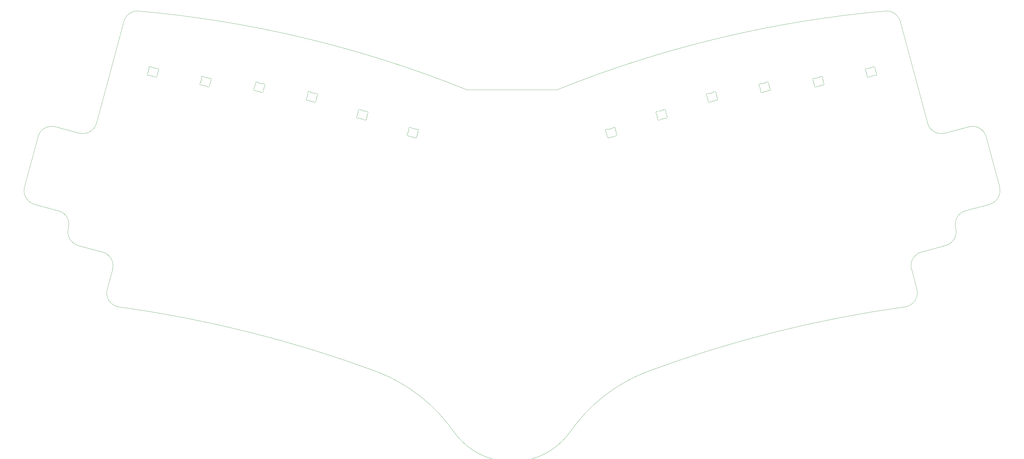
<source format=gm1>
G04 #@! TF.GenerationSoftware,KiCad,Pcbnew,8.0.2*
G04 #@! TF.CreationDate,2024-05-24T22:26:47+01:00*
G04 #@! TF.ProjectId,Phoenixia3,50686f65-6e69-4786-9961-332e6b696361,1*
G04 #@! TF.SameCoordinates,Original*
G04 #@! TF.FileFunction,Profile,NP*
%FSLAX46Y46*%
G04 Gerber Fmt 4.6, Leading zero omitted, Abs format (unit mm)*
G04 Created by KiCad (PCBNEW 8.0.2) date 2024-05-24 22:26:47*
%MOMM*%
%LPD*%
G01*
G04 APERTURE LIST*
G04 #@! TA.AperFunction,Profile*
%ADD10C,0.100000*%
G04 #@! TD*
G04 APERTURE END LIST*
D10*
X58974612Y-116199104D02*
G75*
G02*
X52752904Y-119791202I-4906862J1314734D01*
G01*
X52503450Y-159969685D02*
G75*
G02*
X48911401Y-153748002I1314850J4906885D01*
G01*
X377919341Y-145240054D02*
X369441096Y-147513975D01*
X36841003Y-145252357D02*
G75*
G02*
X33248955Y-139030659I1314797J4906857D01*
G01*
X158984113Y-205020097D02*
G75*
G02*
X186856482Y-226933948I-21253413J-55714803D01*
G01*
X66791776Y-181888229D02*
G75*
G02*
X158984113Y-205020096I-59770936J-433500561D01*
G01*
X340744440Y-76145530D02*
G75*
G02*
X346070720Y-79921622I385960J-5100070D01*
G01*
X362256894Y-159957384D02*
X353669817Y-162258289D01*
X365848994Y-153735685D02*
G75*
G02*
X369441102Y-147513997I4906906J1314785D01*
G01*
X74015903Y-76157832D02*
G75*
G02*
X191301785Y-104321163I-36115393J-408701698D01*
G01*
X350077705Y-168479987D02*
G75*
G02*
X353669821Y-162258303I4906895J1314787D01*
G01*
X45319246Y-147526278D02*
G75*
G02*
X48911388Y-153747999I-1314946J-4907022D01*
G01*
X223451784Y-104311164D02*
X191301785Y-104321163D01*
X351984172Y-175595001D02*
G75*
G02*
X347968562Y-181875903I-4876172J-1306599D01*
G01*
X61090526Y-162270592D02*
X52503450Y-159969685D01*
X381511436Y-139018345D02*
G75*
G02*
X377919339Y-145240047I-4906636J-1314955D01*
G01*
X255776230Y-205007796D02*
G75*
G02*
X347968565Y-181875919I151963170J-410368104D01*
G01*
X350077705Y-168479987D02*
X351984172Y-175595001D01*
X62776172Y-175607303D02*
X64682638Y-168492290D01*
X33248906Y-139030646D02*
X38051869Y-121113463D01*
X66791776Y-181888229D02*
G75*
G02*
X62776222Y-175607316I860824J4974429D01*
G01*
X58974612Y-116199104D02*
X68689633Y-79933927D01*
X61090526Y-162270592D02*
G75*
G02*
X64682669Y-168492298I-1314926J-4907008D01*
G01*
X365848994Y-153735685D02*
G75*
G02*
X362256903Y-159957417I-4907094J-1314715D01*
G01*
X346070709Y-79921625D02*
X355785731Y-116186801D01*
X370486775Y-117509060D02*
X362007439Y-119778898D01*
X45319246Y-147526278D02*
X36841003Y-145252357D01*
X52752905Y-119791200D02*
X44273568Y-117521363D01*
X227897082Y-226923947D02*
G75*
G02*
X255776231Y-205007797I49141128J-33821203D01*
G01*
X68689633Y-79933927D02*
G75*
G02*
X74015902Y-76157842I4940167J-1323773D01*
G01*
X362007439Y-119778898D02*
G75*
G02*
X355785713Y-116186806I-1314939J4906698D01*
G01*
X370486775Y-117509060D02*
G75*
G02*
X376708514Y-121101151I1314925J-4906740D01*
G01*
X38051869Y-121113463D02*
G75*
G02*
X44273568Y-117521363I4906881J-1314767D01*
G01*
X376708475Y-121101161D02*
X381511436Y-139018345D01*
X227897082Y-226923947D02*
G75*
G02*
X186856483Y-226933947I-20523982J15107847D01*
G01*
X223451784Y-104311164D02*
G75*
G02*
X340744440Y-76145528I153408916J-380545436D01*
G01*
X77294557Y-98152877D02*
X77658374Y-96795092D01*
X78739385Y-96259469D02*
X80274149Y-96670708D01*
X79497692Y-99568484D02*
X77962927Y-99157246D01*
X80942520Y-97675076D02*
X80578702Y-99032863D01*
X77294556Y-98152879D02*
G75*
G02*
X77190625Y-98349558I-482988J129424D01*
G01*
X77666707Y-96572797D02*
G75*
G02*
X78513400Y-96128207I491297J92887D01*
G01*
X77666708Y-96572796D02*
G75*
G02*
X77658375Y-96795092I-491286J-92887D01*
G01*
X77701588Y-99157928D02*
G75*
G02*
X77190626Y-98349559I-131931J482279D01*
G01*
X77701588Y-99157928D02*
G75*
G02*
X77962927Y-99157246I131929J-482331D01*
G01*
X78739385Y-96259469D02*
G75*
G02*
X78513399Y-96128208I129418J482977D01*
G01*
X79497692Y-99568487D02*
G75*
G02*
X79723678Y-99699747I-129478J-483085D01*
G01*
X80535488Y-96670025D02*
G75*
G02*
X80274149Y-96670708I-131930J482317D01*
G01*
X80535489Y-96670026D02*
G75*
G02*
X81046451Y-97478396I131932J-482279D01*
G01*
X80570369Y-99255158D02*
G75*
G02*
X79723678Y-99699747I-491295J-92889D01*
G01*
X80570369Y-99255158D02*
G75*
G02*
X80578702Y-99032863I490957J92899D01*
G01*
X80942519Y-97675075D02*
G75*
G02*
X81046451Y-97478396I482860J-129359D01*
G01*
X334124990Y-99048033D02*
X333761170Y-97690247D01*
X334429540Y-96685881D02*
X335964304Y-96274641D01*
X336740758Y-99172417D02*
X335205996Y-99583658D01*
X337045313Y-96810263D02*
X337409136Y-98168049D01*
X333657239Y-97493565D02*
G75*
G02*
X333761171Y-97690247I-379064J-326108D01*
G01*
X333657240Y-97493568D02*
G75*
G02*
X334168200Y-96685194I379033J326091D01*
G01*
X334124990Y-99048033D02*
G75*
G02*
X334133320Y-99270328I-482890J-129399D01*
G01*
X334429540Y-96685881D02*
G75*
G02*
X334168200Y-96685194I-129402J482915D01*
G01*
X334980011Y-99714918D02*
G75*
G02*
X334133321Y-99270328I-355395J351701D01*
G01*
X334980011Y-99714918D02*
G75*
G02*
X335205996Y-99583659I355390J-351698D01*
G01*
X336190289Y-96143380D02*
G75*
G02*
X337036981Y-96587967I355399J-351695D01*
G01*
X336190290Y-96143379D02*
G75*
G02*
X335964304Y-96274641I-355409J351721D01*
G01*
X336740762Y-99172415D02*
G75*
G02*
X337002104Y-99173099I129408J-482927D01*
G01*
X337045313Y-96810263D02*
G75*
G02*
X337036982Y-96587967I482869J129401D01*
G01*
X337513063Y-98364731D02*
G75*
G02*
X337002104Y-99173099I-379027J-326091D01*
G01*
X337513063Y-98364731D02*
G75*
G02*
X337409136Y-98168049I378597J325850D01*
G01*
X241340395Y-120764427D02*
X240976575Y-119406641D01*
X241644945Y-118402275D02*
X243179709Y-117991035D01*
X243956163Y-120888811D02*
X242421401Y-121300052D01*
X244260718Y-118526657D02*
X244624541Y-119884443D01*
X240872644Y-119209959D02*
G75*
G02*
X240976576Y-119406641I-379064J-326108D01*
G01*
X240872645Y-119209962D02*
G75*
G02*
X241383605Y-118401588I379033J326091D01*
G01*
X241340395Y-120764427D02*
G75*
G02*
X241348725Y-120986722I-482890J-129399D01*
G01*
X241644945Y-118402275D02*
G75*
G02*
X241383605Y-118401588I-129402J482915D01*
G01*
X242195416Y-121431312D02*
G75*
G02*
X241348726Y-120986722I-355395J351701D01*
G01*
X242195416Y-121431312D02*
G75*
G02*
X242421401Y-121300053I355390J-351698D01*
G01*
X243405694Y-117859774D02*
G75*
G02*
X244252386Y-118304361I355399J-351695D01*
G01*
X243405695Y-117859773D02*
G75*
G02*
X243179709Y-117991035I-355409J351721D01*
G01*
X243956167Y-120888809D02*
G75*
G02*
X244217509Y-120889493I129408J-482927D01*
G01*
X244260718Y-118526657D02*
G75*
G02*
X244252387Y-118304361I482869J129401D01*
G01*
X244728468Y-120081125D02*
G75*
G02*
X244217509Y-120889493I-379027J-326091D01*
G01*
X244728468Y-120081125D02*
G75*
G02*
X244624541Y-119884443I378597J325850D01*
G01*
X315332694Y-102542308D02*
X314968874Y-101184522D01*
X315637244Y-100180156D02*
X317172008Y-99768916D01*
X317948462Y-102666692D02*
X316413700Y-103077933D01*
X318253017Y-100304538D02*
X318616840Y-101662324D01*
X314864943Y-100987840D02*
G75*
G02*
X314968875Y-101184522I-379064J-326108D01*
G01*
X314864944Y-100987843D02*
G75*
G02*
X315375904Y-100179469I379033J326091D01*
G01*
X315332694Y-102542308D02*
G75*
G02*
X315341024Y-102764603I-482890J-129399D01*
G01*
X315637244Y-100180156D02*
G75*
G02*
X315375904Y-100179469I-129402J482915D01*
G01*
X316187715Y-103209193D02*
G75*
G02*
X315341025Y-102764603I-355395J351701D01*
G01*
X316187715Y-103209193D02*
G75*
G02*
X316413700Y-103077934I355390J-351698D01*
G01*
X317397993Y-99637655D02*
G75*
G02*
X318244685Y-100082242I355399J-351695D01*
G01*
X317397994Y-99637654D02*
G75*
G02*
X317172008Y-99768916I-355409J351721D01*
G01*
X317948466Y-102666690D02*
G75*
G02*
X318209808Y-102667374I129408J-482927D01*
G01*
X318253017Y-100304538D02*
G75*
G02*
X318244686Y-100082242I482869J129401D01*
G01*
X318720767Y-101859006D02*
G75*
G02*
X318209808Y-102667374I-379027J-326091D01*
G01*
X318720767Y-101859006D02*
G75*
G02*
X318616840Y-101662324I378597J325850D01*
G01*
X152084968Y-113469988D02*
X152448785Y-112112200D01*
X153529795Y-111576579D02*
X155064560Y-111987816D01*
X154288099Y-114885591D02*
X152753336Y-114474355D01*
X155732929Y-112992183D02*
X155369115Y-114349971D01*
X152084968Y-113469988D02*
G75*
G02*
X151981036Y-113666666I-482980J129426D01*
G01*
X152457118Y-111889906D02*
G75*
G02*
X153303810Y-111445314I491298J92887D01*
G01*
X152457119Y-111889904D02*
G75*
G02*
X152448785Y-112112200I-491286J-92886D01*
G01*
X152491997Y-114475037D02*
G75*
G02*
X151981035Y-113666665I-131932J482280D01*
G01*
X152491997Y-114475037D02*
G75*
G02*
X152753336Y-114474356I131928J-482302D01*
G01*
X153529795Y-111576579D02*
G75*
G02*
X153303810Y-111445314I129391J482918D01*
G01*
X154288102Y-114885593D02*
G75*
G02*
X154514090Y-115016855I-129388J-482930D01*
G01*
X155325897Y-111987134D02*
G75*
G02*
X155836861Y-112795504I131934J-482279D01*
G01*
X155325898Y-111987133D02*
G75*
G02*
X155064560Y-111987816I-131930J482317D01*
G01*
X155360778Y-114572267D02*
G75*
G02*
X154514090Y-115016855I-491293J-92889D01*
G01*
X155360778Y-114572267D02*
G75*
G02*
X155369116Y-114349971I490800J92896D01*
G01*
X155732929Y-112992183D02*
G75*
G02*
X155836861Y-112795504I482860J-129359D01*
G01*
X115273771Y-103619607D02*
X115637588Y-102261819D01*
X116718598Y-101726198D02*
X118253363Y-102137435D01*
X117476902Y-105035210D02*
X115942139Y-104623974D01*
X118921732Y-103141802D02*
X118557918Y-104499590D01*
X115273771Y-103619607D02*
G75*
G02*
X115169839Y-103816285I-482980J129426D01*
G01*
X115645921Y-102039525D02*
G75*
G02*
X116492613Y-101594933I491298J92887D01*
G01*
X115645922Y-102039523D02*
G75*
G02*
X115637588Y-102261819I-491286J-92886D01*
G01*
X115680800Y-104624656D02*
G75*
G02*
X115169838Y-103816284I-131932J482280D01*
G01*
X115680800Y-104624656D02*
G75*
G02*
X115942139Y-104623975I131928J-482302D01*
G01*
X116718598Y-101726198D02*
G75*
G02*
X116492613Y-101594933I129391J482918D01*
G01*
X117476905Y-105035212D02*
G75*
G02*
X117702893Y-105166474I-129388J-482930D01*
G01*
X118514700Y-102136753D02*
G75*
G02*
X119025664Y-102945123I131934J-482279D01*
G01*
X118514701Y-102136752D02*
G75*
G02*
X118253363Y-102137435I-131930J482317D01*
G01*
X118549581Y-104721886D02*
G75*
G02*
X117702893Y-105166474I-491293J-92889D01*
G01*
X118549581Y-104721886D02*
G75*
G02*
X118557919Y-104499590I490800J92896D01*
G01*
X118921732Y-103141802D02*
G75*
G02*
X119025664Y-102945123I482860J-129359D01*
G01*
X259346842Y-114361848D02*
X258983022Y-113004062D01*
X259651392Y-111999696D02*
X261186156Y-111588456D01*
X261962610Y-114486232D02*
X260427848Y-114897473D01*
X262267165Y-112124078D02*
X262630988Y-113481864D01*
X258879091Y-112807380D02*
G75*
G02*
X258983023Y-113004062I-379064J-326108D01*
G01*
X258879092Y-112807383D02*
G75*
G02*
X259390052Y-111999009I379033J326091D01*
G01*
X259346842Y-114361848D02*
G75*
G02*
X259355172Y-114584143I-482890J-129399D01*
G01*
X259651392Y-111999696D02*
G75*
G02*
X259390052Y-111999009I-129402J482915D01*
G01*
X260201863Y-115028733D02*
G75*
G02*
X259355173Y-114584143I-355395J351701D01*
G01*
X260201863Y-115028733D02*
G75*
G02*
X260427848Y-114897474I355390J-351698D01*
G01*
X261412141Y-111457195D02*
G75*
G02*
X262258833Y-111901782I355399J-351695D01*
G01*
X261412142Y-111457194D02*
G75*
G02*
X261186156Y-111588456I-355409J351721D01*
G01*
X261962614Y-114486230D02*
G75*
G02*
X262223956Y-114486914I129408J-482927D01*
G01*
X262267165Y-112124078D02*
G75*
G02*
X262258834Y-111901782I482869J129401D01*
G01*
X262734915Y-113678546D02*
G75*
G02*
X262223956Y-114486914I-379027J-326091D01*
G01*
X262734915Y-113678546D02*
G75*
G02*
X262630988Y-113481864I378597J325850D01*
G01*
X296148620Y-104500846D02*
X295784800Y-103143060D01*
X296453170Y-102138694D02*
X297987934Y-101727454D01*
X298764388Y-104625230D02*
X297229626Y-105036471D01*
X299068943Y-102263076D02*
X299432766Y-103620862D01*
X295680869Y-102946378D02*
G75*
G02*
X295784801Y-103143060I-379064J-326108D01*
G01*
X295680870Y-102946381D02*
G75*
G02*
X296191830Y-102138007I379033J326091D01*
G01*
X296148620Y-104500846D02*
G75*
G02*
X296156950Y-104723141I-482890J-129399D01*
G01*
X296453170Y-102138694D02*
G75*
G02*
X296191830Y-102138007I-129402J482915D01*
G01*
X297003641Y-105167731D02*
G75*
G02*
X296156951Y-104723141I-355395J351701D01*
G01*
X297003641Y-105167731D02*
G75*
G02*
X297229626Y-105036472I355390J-351698D01*
G01*
X298213919Y-101596193D02*
G75*
G02*
X299060611Y-102040780I355399J-351695D01*
G01*
X298213920Y-101596192D02*
G75*
G02*
X297987934Y-101727454I-355409J351721D01*
G01*
X298764392Y-104625228D02*
G75*
G02*
X299025734Y-104625912I129408J-482927D01*
G01*
X299068943Y-102263076D02*
G75*
G02*
X299060612Y-102040780I482869J129401D01*
G01*
X299536693Y-103817544D02*
G75*
G02*
X299025734Y-104625912I-379027J-326091D01*
G01*
X299536693Y-103817544D02*
G75*
G02*
X299432766Y-103620862I378597J325850D01*
G01*
X170091417Y-119872557D02*
X170455234Y-118514769D01*
X171536244Y-117979148D02*
X173071009Y-118390385D01*
X172294548Y-121288160D02*
X170759785Y-120876924D01*
X173739378Y-119394752D02*
X173375564Y-120752540D01*
X170091417Y-119872557D02*
G75*
G02*
X169987485Y-120069235I-482980J129426D01*
G01*
X170463567Y-118292475D02*
G75*
G02*
X171310259Y-117847883I491298J92887D01*
G01*
X170463568Y-118292473D02*
G75*
G02*
X170455234Y-118514769I-491286J-92886D01*
G01*
X170498446Y-120877606D02*
G75*
G02*
X169987484Y-120069234I-131932J482280D01*
G01*
X170498446Y-120877606D02*
G75*
G02*
X170759785Y-120876925I131928J-482302D01*
G01*
X171536244Y-117979148D02*
G75*
G02*
X171310259Y-117847883I129391J482918D01*
G01*
X172294551Y-121288162D02*
G75*
G02*
X172520539Y-121419424I-129388J-482930D01*
G01*
X173332346Y-118389703D02*
G75*
G02*
X173843310Y-119198073I131934J-482279D01*
G01*
X173332347Y-118389702D02*
G75*
G02*
X173071009Y-118390385I-131930J482317D01*
G01*
X173367227Y-120974836D02*
G75*
G02*
X172520539Y-121419424I-491293J-92889D01*
G01*
X173367227Y-120974836D02*
G75*
G02*
X173375565Y-120752540I490800J92896D01*
G01*
X173739378Y-119394752D02*
G75*
G02*
X173843310Y-119198073I482860J-129359D01*
G01*
X96084007Y-101633245D02*
X96447824Y-100275457D01*
X97528834Y-99739836D02*
X99063599Y-100151073D01*
X98287138Y-103048848D02*
X96752375Y-102637612D01*
X99731968Y-101155440D02*
X99368154Y-102513228D01*
X96084007Y-101633245D02*
G75*
G02*
X95980075Y-101829923I-482980J129426D01*
G01*
X96456157Y-100053163D02*
G75*
G02*
X97302849Y-99608571I491298J92887D01*
G01*
X96456158Y-100053161D02*
G75*
G02*
X96447824Y-100275457I-491286J-92886D01*
G01*
X96491036Y-102638294D02*
G75*
G02*
X95980074Y-101829922I-131932J482280D01*
G01*
X96491036Y-102638294D02*
G75*
G02*
X96752375Y-102637613I131928J-482302D01*
G01*
X97528834Y-99739836D02*
G75*
G02*
X97302849Y-99608571I129391J482918D01*
G01*
X98287141Y-103048850D02*
G75*
G02*
X98513129Y-103180112I-129388J-482930D01*
G01*
X99324936Y-100150391D02*
G75*
G02*
X99835900Y-100958761I131934J-482279D01*
G01*
X99324937Y-100150390D02*
G75*
G02*
X99063599Y-100151073I-131930J482317D01*
G01*
X99359817Y-102735524D02*
G75*
G02*
X98513129Y-103180112I-491293J-92889D01*
G01*
X99359817Y-102735524D02*
G75*
G02*
X99368155Y-102513228I490800J92896D01*
G01*
X99731968Y-101155440D02*
G75*
G02*
X99835900Y-100958761I482860J-129359D01*
G01*
X277350439Y-107973188D02*
X276986619Y-106615402D01*
X277654989Y-105611036D02*
X279189753Y-105199796D01*
X279966207Y-108097572D02*
X278431445Y-108508813D01*
X280270762Y-105735418D02*
X280634585Y-107093204D01*
X276882688Y-106418720D02*
G75*
G02*
X276986620Y-106615402I-379064J-326108D01*
G01*
X276882689Y-106418723D02*
G75*
G02*
X277393649Y-105610349I379033J326091D01*
G01*
X277350439Y-107973188D02*
G75*
G02*
X277358769Y-108195483I-482890J-129399D01*
G01*
X277654989Y-105611036D02*
G75*
G02*
X277393649Y-105610349I-129402J482915D01*
G01*
X278205460Y-108640073D02*
G75*
G02*
X277358770Y-108195483I-355395J351701D01*
G01*
X278205460Y-108640073D02*
G75*
G02*
X278431445Y-108508814I355390J-351698D01*
G01*
X279415738Y-105068535D02*
G75*
G02*
X280262430Y-105513122I355399J-351695D01*
G01*
X279415739Y-105068534D02*
G75*
G02*
X279189753Y-105199796I-355409J351721D01*
G01*
X279966211Y-108097570D02*
G75*
G02*
X280227553Y-108098254I129408J-482927D01*
G01*
X280270762Y-105735418D02*
G75*
G02*
X280262431Y-105513122I482869J129401D01*
G01*
X280738512Y-107289886D02*
G75*
G02*
X280227553Y-108098254I-379027J-326091D01*
G01*
X280738512Y-107289886D02*
G75*
G02*
X280634585Y-107093204I378597J325850D01*
G01*
X134069108Y-107078035D02*
X134432925Y-105720247D01*
X135513935Y-105184626D02*
X137048700Y-105595863D01*
X136272239Y-108493638D02*
X134737476Y-108082402D01*
X137717069Y-106600230D02*
X137353255Y-107958018D01*
X134069108Y-107078035D02*
G75*
G02*
X133965176Y-107274713I-482980J129426D01*
G01*
X134441258Y-105497953D02*
G75*
G02*
X135287950Y-105053361I491298J92887D01*
G01*
X134441259Y-105497951D02*
G75*
G02*
X134432925Y-105720247I-491286J-92886D01*
G01*
X134476137Y-108083084D02*
G75*
G02*
X133965175Y-107274712I-131932J482280D01*
G01*
X134476137Y-108083084D02*
G75*
G02*
X134737476Y-108082403I131928J-482302D01*
G01*
X135513935Y-105184626D02*
G75*
G02*
X135287950Y-105053361I129391J482918D01*
G01*
X136272242Y-108493640D02*
G75*
G02*
X136498230Y-108624902I-129388J-482930D01*
G01*
X137310037Y-105595181D02*
G75*
G02*
X137821001Y-106403551I131934J-482279D01*
G01*
X137310038Y-105595180D02*
G75*
G02*
X137048700Y-105595863I-131930J482317D01*
G01*
X137344918Y-108180314D02*
G75*
G02*
X136498230Y-108624902I-491293J-92889D01*
G01*
X137344918Y-108180314D02*
G75*
G02*
X137353256Y-107958018I490800J92896D01*
G01*
X137717069Y-106600230D02*
G75*
G02*
X137821001Y-106403551I482860J-129359D01*
G01*
M02*

</source>
